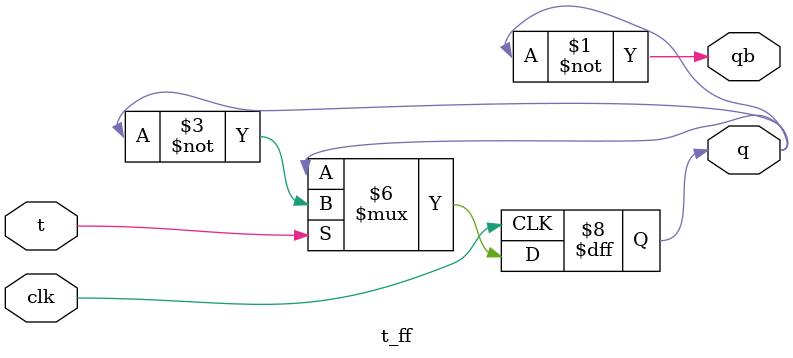
<source format=v>
`timescale 1ns / 1ps


module t_ff (
    input clk,
    input t,
    output reg q,
    output qb
);

assign qb = ~q;
initial  q=0;

always @(posedge clk) begin
    if (t)
        q <= ~q;  // Toggle
    else
        q <= q;   // Hold
end

endmodule

</source>
